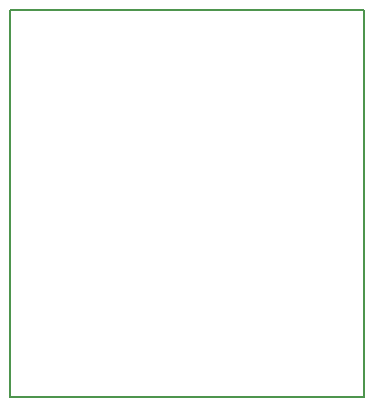
<source format=gm1>
G04 #@! TF.FileFunction,Profile,NP*
%FSLAX46Y46*%
G04 Gerber Fmt 4.6, Leading zero omitted, Abs format (unit mm)*
G04 Created by KiCad (PCBNEW 4.0.2+dfsg1-stable) date Sun 13 Aug 2017 19:16:48 AEST*
%MOMM*%
G01*
G04 APERTURE LIST*
%ADD10C,0.100000*%
%ADD11C,0.150000*%
G04 APERTURE END LIST*
D10*
D11*
X189000000Y-127000000D02*
X189000000Y-94234000D01*
X189000000Y-94234000D02*
X219000000Y-94234000D01*
X219000000Y-94234000D02*
X219000000Y-127000000D01*
X219000000Y-127000000D02*
X189000000Y-127000000D01*
M02*

</source>
